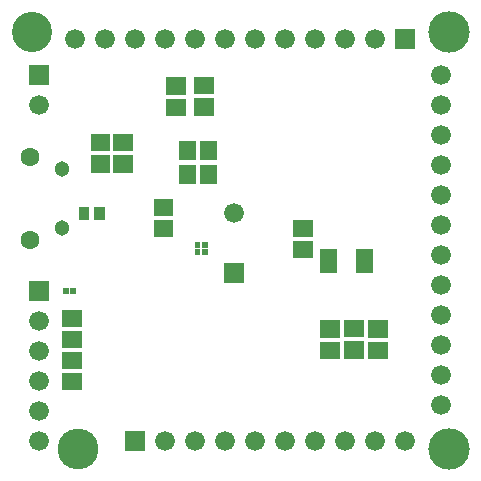
<source format=gbs>
G04 start of page 10 for group -4062 idx -4062 *
G04 Title: (unknown), soldermask *
G04 Creator: pcb 20140316 *
G04 CreationDate: Sun 17 Jul 2016 04:20:40 PM GMT UTC *
G04 For: dev *
G04 Format: Gerber/RS-274X *
G04 PCB-Dimensions (mil): 1560.00 1560.00 *
G04 PCB-Coordinate-Origin: lower left *
%MOIN*%
%FSLAX25Y25*%
%LNBOTTOMMASK*%
%ADD123R,0.0355X0.0355*%
%ADD122R,0.0572X0.0572*%
%ADD121C,0.1361*%
%ADD120C,0.1341*%
%ADD119C,0.1381*%
%ADD118C,0.0513*%
%ADD117C,0.0631*%
%ADD116C,0.0660*%
%ADD115C,0.0001*%
G54D115*G36*
X72700Y70300D02*Y63700D01*
X79300D01*
Y70300D01*
X72700D01*
G37*
G54D116*X76000Y87000D03*
X83000Y11000D03*
X93000D03*
X103000D03*
X145000Y23000D03*
X113000Y11000D03*
X123000D03*
X133000D03*
X145000Y33000D03*
Y43000D03*
G54D115*G36*
X7700Y136300D02*Y129700D01*
X14300D01*
Y136300D01*
X7700D01*
G37*
G54D116*X11000Y123000D03*
X73000Y145000D03*
X63000D03*
X53000D03*
X43000D03*
X33000D03*
X23000D03*
G54D117*X8000Y105780D03*
G54D118*X18630Y101843D03*
G54D116*X145000Y53000D03*
Y63000D03*
Y73000D03*
Y83000D03*
Y93000D03*
Y103000D03*
Y113000D03*
Y123000D03*
Y133000D03*
G54D115*G36*
X129700Y148300D02*Y141700D01*
X136300D01*
Y148300D01*
X129700D01*
G37*
G54D116*X123000Y145000D03*
X113000D03*
X103000D03*
X93000D03*
X83000D03*
G54D115*G36*
X39700Y14300D02*Y7700D01*
X46300D01*
Y14300D01*
X39700D01*
G37*
G54D116*X53000Y11000D03*
X63000D03*
X73000D03*
G54D115*G36*
X7700Y64300D02*Y57700D01*
X14300D01*
Y64300D01*
X7700D01*
G37*
G54D117*X8000Y78220D03*
G54D118*X18630Y82157D03*
G54D116*X11000Y51000D03*
Y41000D03*
Y31000D03*
Y21000D03*
Y11000D03*
G54D119*X147500Y147500D03*
G54D120*X8500D03*
G54D119*X147500Y8500D03*
G54D121*X24000D03*
G54D122*X98607Y74957D02*X99393D01*
X107595Y72181D02*Y69819D01*
G54D115*G36*
X65194Y77487D02*Y75513D01*
X67168D01*
Y77487D01*
X65194D01*
G37*
G36*
X62832D02*Y75513D01*
X64806D01*
Y77487D01*
X62832D01*
G37*
G36*
X65194Y74987D02*Y73013D01*
X67168D01*
Y74987D01*
X65194D01*
G37*
G36*
X62832D02*Y73013D01*
X64806D01*
Y74987D01*
X62832D01*
G37*
G54D122*X98607Y82043D02*X99393D01*
X52107Y81957D02*X52893D01*
X38607Y110543D02*X39393D01*
X38607Y103457D02*X39393D01*
X31107Y110543D02*X31893D01*
X31107Y103457D02*X31893D01*
X21607Y38043D02*X22393D01*
X21607Y44957D02*X22393D01*
X21607Y30957D02*X22393D01*
G54D115*G36*
X19013Y61987D02*Y60013D01*
X20987D01*
Y61987D01*
X19013D01*
G37*
G36*
X21375D02*Y60013D01*
X23349D01*
Y61987D01*
X21375D01*
G37*
G54D122*X21607Y52043D02*X22393D01*
G54D123*X25941Y87492D02*Y86508D01*
X31059Y87492D02*Y86508D01*
G54D122*X60457Y100393D02*Y99607D01*
Y108393D02*Y107607D01*
X67543Y100393D02*Y99607D01*
Y108393D02*Y107607D01*
X52107Y89043D02*X52893D01*
X65607Y122457D02*X66393D01*
X56226Y122357D02*X57012D01*
X65607Y129543D02*X66393D01*
X56226Y129443D02*X57012D01*
X119405Y72181D02*Y69819D01*
X115607Y48543D02*X116393D01*
X107607Y48457D02*X108393D01*
X115607Y41457D02*X116393D01*
X107607Y41371D02*X108393D01*
X123607Y48457D02*X124393D01*
X123607Y41371D02*X124393D01*
M02*

</source>
